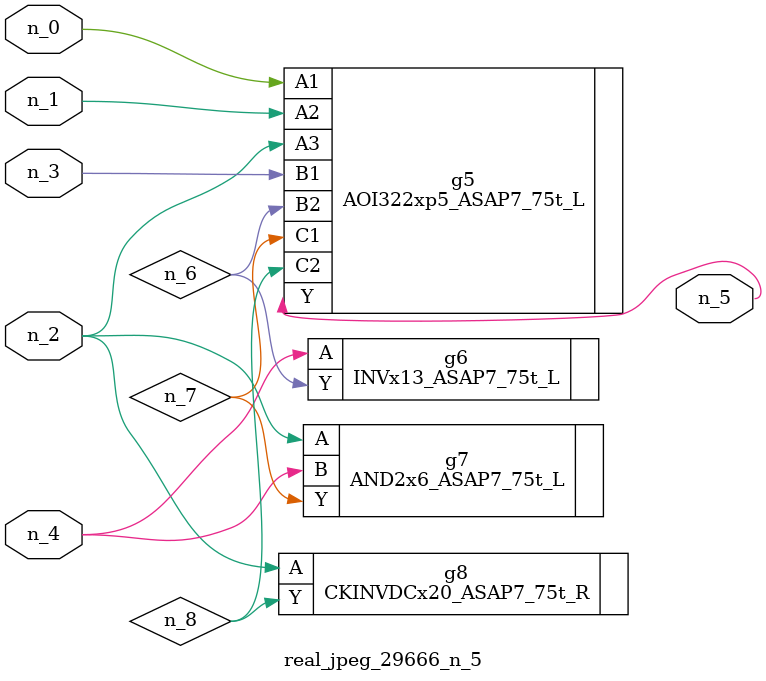
<source format=v>
module real_jpeg_29666_n_5 (n_4, n_0, n_1, n_2, n_3, n_5);

input n_4;
input n_0;
input n_1;
input n_2;
input n_3;

output n_5;

wire n_8;
wire n_6;
wire n_7;

AOI322xp5_ASAP7_75t_L g5 ( 
.A1(n_0),
.A2(n_1),
.A3(n_2),
.B1(n_3),
.B2(n_6),
.C1(n_7),
.C2(n_8),
.Y(n_5)
);

AND2x6_ASAP7_75t_L g7 ( 
.A(n_2),
.B(n_4),
.Y(n_7)
);

CKINVDCx20_ASAP7_75t_R g8 ( 
.A(n_2),
.Y(n_8)
);

INVx13_ASAP7_75t_L g6 ( 
.A(n_4),
.Y(n_6)
);


endmodule
</source>
